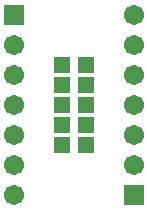
<source format=gbs>
G04 DipTrace 3.2.0.1*
G04 I2C_Breakout.gbs*
%MOIN*%
G04 #@! TF.FileFunction,Soldermask,Bot*
G04 #@! TF.Part,Single*
%ADD21R,0.055244X0.055244*%
%ADD23C,0.067055*%
%ADD25R,0.067055X0.067055*%
%FSLAX26Y26*%
G04*
G70*
G90*
G75*
G01*
G04 BotMask*
%LPD*%
D25*
X471037Y1065358D3*
D23*
Y965358D3*
Y865358D3*
Y765358D3*
Y665358D3*
Y565358D3*
Y465358D3*
D25*
X871037D3*
D23*
Y565358D3*
Y665358D3*
Y765358D3*
Y865358D3*
Y965358D3*
Y1065358D3*
D21*
X632750Y631500D3*
Y698429D3*
Y765358D3*
Y832287D3*
Y899217D3*
X711490D3*
Y832287D3*
Y765358D3*
Y698429D3*
Y631500D3*
M02*

</source>
